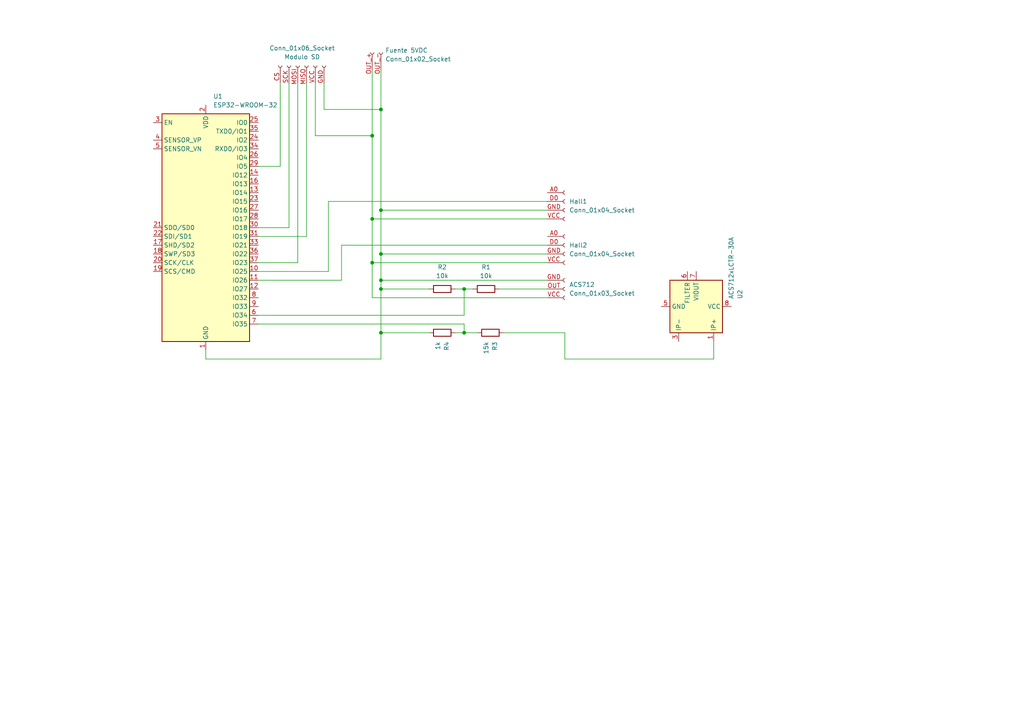
<source format=kicad_sch>
(kicad_sch
	(version 20250114)
	(generator "eeschema")
	(generator_version "9.0")
	(uuid "d1771a1c-350f-4f4e-9930-7998e9e39fbf")
	(paper "A4")
	(lib_symbols
		(symbol "Connector:Conn_01x02_Socket"
			(pin_names
				(offset 1.016)
				(hide yes)
			)
			(exclude_from_sim no)
			(in_bom yes)
			(on_board yes)
			(property "Reference" "Fuente 5VDC"
				(at 1.27 0.0001 0)
				(effects
					(font
						(size 1.27 1.27)
					)
					(justify left)
				)
			)
			(property "Value" "Conn_01x02_Socket"
				(at 1.27 -2.5399 0)
				(effects
					(font
						(size 1.27 1.27)
					)
					(justify left)
				)
			)
			(property "Footprint" ""
				(at 0 0 0)
				(effects
					(font
						(size 1.27 1.27)
					)
					(hide yes)
				)
			)
			(property "Datasheet" "~"
				(at 0 0 0)
				(effects
					(font
						(size 1.27 1.27)
					)
					(hide yes)
				)
			)
			(property "Description" "Generic connector, single row, 01x02, script generated"
				(at 0 0 0)
				(effects
					(font
						(size 1.27 1.27)
					)
					(hide yes)
				)
			)
			(property "ki_locked" ""
				(at 0 0 0)
				(effects
					(font
						(size 1.27 1.27)
					)
				)
			)
			(property "ki_keywords" "connector"
				(at 0 0 0)
				(effects
					(font
						(size 1.27 1.27)
					)
					(hide yes)
				)
			)
			(property "ki_fp_filters" "Connector*:*_1x??_*"
				(at 0 0 0)
				(effects
					(font
						(size 1.27 1.27)
					)
					(hide yes)
				)
			)
			(symbol "Conn_01x02_Socket_1_1"
				(polyline
					(pts
						(xy -1.27 0) (xy -0.508 0)
					)
					(stroke
						(width 0.1524)
						(type default)
					)
					(fill
						(type none)
					)
				)
				(polyline
					(pts
						(xy -1.27 -2.54) (xy -0.508 -2.54)
					)
					(stroke
						(width 0.1524)
						(type default)
					)
					(fill
						(type none)
					)
				)
				(arc
					(start 0 -0.508)
					(mid -0.5058 0)
					(end 0 0.508)
					(stroke
						(width 0.1524)
						(type default)
					)
					(fill
						(type none)
					)
				)
				(arc
					(start 0 -3.048)
					(mid -0.5058 -2.54)
					(end 0 -2.032)
					(stroke
						(width 0.1524)
						(type default)
					)
					(fill
						(type none)
					)
				)
				(pin passive line
					(at -5.08 0 0)
					(length 3.81)
					(name "Pin_1"
						(effects
							(font
								(size 1.27 1.27)
							)
						)
					)
					(number "OUT_+"
						(effects
							(font
								(size 1.27 1.27)
							)
						)
					)
				)
				(pin passive line
					(at -5.08 -2.54 0)
					(length 3.81)
					(name "Pin_2"
						(effects
							(font
								(size 1.27 1.27)
							)
						)
					)
					(number "OUT_-"
						(effects
							(font
								(size 1.27 1.27)
							)
						)
					)
				)
			)
			(embedded_fonts no)
		)
		(symbol "Connector:Conn_01x03_Socket"
			(pin_names
				(offset 1.016)
				(hide yes)
			)
			(exclude_from_sim no)
			(in_bom yes)
			(on_board yes)
			(property "Reference" "ACS712"
				(at 1.27 1.2701 0)
				(effects
					(font
						(size 1.27 1.27)
					)
					(justify left)
				)
			)
			(property "Value" "Conn_01x03_Socket"
				(at 1.27 -1.2699 0)
				(effects
					(font
						(size 1.27 1.27)
					)
					(justify left)
				)
			)
			(property "Footprint" ""
				(at 0 0 0)
				(effects
					(font
						(size 1.27 1.27)
					)
					(hide yes)
				)
			)
			(property "Datasheet" "~"
				(at 0 0 0)
				(effects
					(font
						(size 1.27 1.27)
					)
					(hide yes)
				)
			)
			(property "Description" "Generic connector, single row, 01x03, script generated"
				(at 0 0 0)
				(effects
					(font
						(size 1.27 1.27)
					)
					(hide yes)
				)
			)
			(property "ki_locked" ""
				(at 0 0 0)
				(effects
					(font
						(size 1.27 1.27)
					)
				)
			)
			(property "ki_keywords" "connector"
				(at 0 0 0)
				(effects
					(font
						(size 1.27 1.27)
					)
					(hide yes)
				)
			)
			(property "ki_fp_filters" "Connector*:*_1x??_*"
				(at 0 0 0)
				(effects
					(font
						(size 1.27 1.27)
					)
					(hide yes)
				)
			)
			(symbol "Conn_01x03_Socket_1_1"
				(polyline
					(pts
						(xy -1.27 2.54) (xy -0.508 2.54)
					)
					(stroke
						(width 0.1524)
						(type default)
					)
					(fill
						(type none)
					)
				)
				(polyline
					(pts
						(xy -1.27 0) (xy -0.508 0)
					)
					(stroke
						(width 0.1524)
						(type default)
					)
					(fill
						(type none)
					)
				)
				(polyline
					(pts
						(xy -1.27 -2.54) (xy -0.508 -2.54)
					)
					(stroke
						(width 0.1524)
						(type default)
					)
					(fill
						(type none)
					)
				)
				(arc
					(start 0 2.032)
					(mid -0.5058 2.54)
					(end 0 3.048)
					(stroke
						(width 0.1524)
						(type default)
					)
					(fill
						(type none)
					)
				)
				(arc
					(start 0 -0.508)
					(mid -0.5058 0)
					(end 0 0.508)
					(stroke
						(width 0.1524)
						(type default)
					)
					(fill
						(type none)
					)
				)
				(arc
					(start 0 -3.048)
					(mid -0.5058 -2.54)
					(end 0 -2.032)
					(stroke
						(width 0.1524)
						(type default)
					)
					(fill
						(type none)
					)
				)
				(pin passive line
					(at -5.08 2.54 0)
					(length 3.81)
					(name "Pin_1"
						(effects
							(font
								(size 1.27 1.27)
							)
						)
					)
					(number "GND"
						(effects
							(font
								(size 1.27 1.27)
							)
						)
					)
				)
				(pin passive line
					(at -5.08 0 0)
					(length 3.81)
					(name "Pin_2"
						(effects
							(font
								(size 1.27 1.27)
							)
						)
					)
					(number "OUT"
						(effects
							(font
								(size 1.27 1.27)
							)
						)
					)
				)
				(pin passive line
					(at -5.08 -2.54 0)
					(length 3.81)
					(name "Pin_3"
						(effects
							(font
								(size 1.27 1.27)
							)
						)
					)
					(number "VCC"
						(effects
							(font
								(size 1.27 1.27)
							)
						)
					)
				)
			)
			(embedded_fonts no)
		)
		(symbol "Connector:Conn_01x04_Socket"
			(pin_names
				(offset 1.016)
				(hide yes)
			)
			(exclude_from_sim no)
			(in_bom yes)
			(on_board yes)
			(property "Reference" "Hall1"
				(at 1.27 0.0001 0)
				(effects
					(font
						(size 1.27 1.27)
					)
					(justify left)
				)
			)
			(property "Value" "Conn_01x04_Socket"
				(at 1.27 -2.5399 0)
				(effects
					(font
						(size 1.27 1.27)
					)
					(justify left)
				)
			)
			(property "Footprint" ""
				(at 0 0 0)
				(effects
					(font
						(size 1.27 1.27)
					)
					(hide yes)
				)
			)
			(property "Datasheet" "~"
				(at 0 0 0)
				(effects
					(font
						(size 1.27 1.27)
					)
					(hide yes)
				)
			)
			(property "Description" "Generic connector, single row, 01x04, script generated"
				(at 0 0 0)
				(effects
					(font
						(size 1.27 1.27)
					)
					(hide yes)
				)
			)
			(property "ki_locked" ""
				(at 0 0 0)
				(effects
					(font
						(size 1.27 1.27)
					)
				)
			)
			(property "ki_keywords" "connector"
				(at 0 0 0)
				(effects
					(font
						(size 1.27 1.27)
					)
					(hide yes)
				)
			)
			(property "ki_fp_filters" "Connector*:*_1x??_*"
				(at 0 0 0)
				(effects
					(font
						(size 1.27 1.27)
					)
					(hide yes)
				)
			)
			(symbol "Conn_01x04_Socket_1_1"
				(polyline
					(pts
						(xy -1.27 2.54) (xy -0.508 2.54)
					)
					(stroke
						(width 0.1524)
						(type default)
					)
					(fill
						(type none)
					)
				)
				(polyline
					(pts
						(xy -1.27 0) (xy -0.508 0)
					)
					(stroke
						(width 0.1524)
						(type default)
					)
					(fill
						(type none)
					)
				)
				(polyline
					(pts
						(xy -1.27 -2.54) (xy -0.508 -2.54)
					)
					(stroke
						(width 0.1524)
						(type default)
					)
					(fill
						(type none)
					)
				)
				(polyline
					(pts
						(xy -1.27 -5.08) (xy -0.508 -5.08)
					)
					(stroke
						(width 0.1524)
						(type default)
					)
					(fill
						(type none)
					)
				)
				(arc
					(start 0 2.032)
					(mid -0.5058 2.54)
					(end 0 3.048)
					(stroke
						(width 0.1524)
						(type default)
					)
					(fill
						(type none)
					)
				)
				(arc
					(start 0 -0.508)
					(mid -0.5058 0)
					(end 0 0.508)
					(stroke
						(width 0.1524)
						(type default)
					)
					(fill
						(type none)
					)
				)
				(arc
					(start 0 -3.048)
					(mid -0.5058 -2.54)
					(end 0 -2.032)
					(stroke
						(width 0.1524)
						(type default)
					)
					(fill
						(type none)
					)
				)
				(arc
					(start 0 -5.588)
					(mid -0.5058 -5.08)
					(end 0 -4.572)
					(stroke
						(width 0.1524)
						(type default)
					)
					(fill
						(type none)
					)
				)
				(pin passive line
					(at -5.08 2.54 0)
					(length 3.81)
					(name "Pin_1"
						(effects
							(font
								(size 1.27 1.27)
							)
						)
					)
					(number "A0"
						(effects
							(font
								(size 1.27 1.27)
							)
						)
					)
				)
				(pin passive line
					(at -5.08 0 0)
					(length 3.81)
					(name "Pin_2"
						(effects
							(font
								(size 1.27 1.27)
							)
						)
					)
					(number "D0"
						(effects
							(font
								(size 1.27 1.27)
							)
						)
					)
				)
				(pin passive line
					(at -5.08 -2.54 0)
					(length 3.81)
					(name "Pin_3"
						(effects
							(font
								(size 1.27 1.27)
							)
						)
					)
					(number "GND"
						(effects
							(font
								(size 1.27 1.27)
							)
						)
					)
				)
				(pin passive line
					(at -5.08 -5.08 0)
					(length 3.81)
					(name "Pin_4"
						(effects
							(font
								(size 1.27 1.27)
							)
						)
					)
					(number "VCC"
						(effects
							(font
								(size 1.27 1.27)
							)
						)
					)
				)
			)
			(embedded_fonts no)
		)
		(symbol "Connector:Conn_01x06_Socket"
			(pin_names
				(offset 1.016)
				(hide yes)
			)
			(exclude_from_sim no)
			(in_bom yes)
			(on_board yes)
			(property "Reference" "Modulo SD"
				(at 1.27 0.0001 0)
				(effects
					(font
						(size 1.27 1.27)
					)
					(justify left)
				)
			)
			(property "Value" "Conn_01x06_Socket"
				(at 1.27 -2.5399 0)
				(effects
					(font
						(size 1.27 1.27)
					)
					(justify left)
				)
			)
			(property "Footprint" ""
				(at 0 0 0)
				(effects
					(font
						(size 1.27 1.27)
					)
					(hide yes)
				)
			)
			(property "Datasheet" "~"
				(at 0 0 0)
				(effects
					(font
						(size 1.27 1.27)
					)
					(hide yes)
				)
			)
			(property "Description" "Generic connector, single row, 01x06, script generated"
				(at 0 0 0)
				(effects
					(font
						(size 1.27 1.27)
					)
					(hide yes)
				)
			)
			(property "ki_locked" ""
				(at 0 0 0)
				(effects
					(font
						(size 1.27 1.27)
					)
				)
			)
			(property "ki_keywords" "connector"
				(at 0 0 0)
				(effects
					(font
						(size 1.27 1.27)
					)
					(hide yes)
				)
			)
			(property "ki_fp_filters" "Connector*:*_1x??_*"
				(at 0 0 0)
				(effects
					(font
						(size 1.27 1.27)
					)
					(hide yes)
				)
			)
			(symbol "Conn_01x06_Socket_1_1"
				(polyline
					(pts
						(xy -1.27 5.08) (xy -0.508 5.08)
					)
					(stroke
						(width 0.1524)
						(type default)
					)
					(fill
						(type none)
					)
				)
				(polyline
					(pts
						(xy -1.27 2.54) (xy -0.508 2.54)
					)
					(stroke
						(width 0.1524)
						(type default)
					)
					(fill
						(type none)
					)
				)
				(polyline
					(pts
						(xy -1.27 0) (xy -0.508 0)
					)
					(stroke
						(width 0.1524)
						(type default)
					)
					(fill
						(type none)
					)
				)
				(polyline
					(pts
						(xy -1.27 -2.54) (xy -0.508 -2.54)
					)
					(stroke
						(width 0.1524)
						(type default)
					)
					(fill
						(type none)
					)
				)
				(polyline
					(pts
						(xy -1.27 -5.08) (xy -0.508 -5.08)
					)
					(stroke
						(width 0.1524)
						(type default)
					)
					(fill
						(type none)
					)
				)
				(polyline
					(pts
						(xy -1.27 -7.62) (xy -0.508 -7.62)
					)
					(stroke
						(width 0.1524)
						(type default)
					)
					(fill
						(type none)
					)
				)
				(arc
					(start 0 4.572)
					(mid -0.5058 5.08)
					(end 0 5.588)
					(stroke
						(width 0.1524)
						(type default)
					)
					(fill
						(type none)
					)
				)
				(arc
					(start 0 2.032)
					(mid -0.5058 2.54)
					(end 0 3.048)
					(stroke
						(width 0.1524)
						(type default)
					)
					(fill
						(type none)
					)
				)
				(arc
					(start 0 -0.508)
					(mid -0.5058 0)
					(end 0 0.508)
					(stroke
						(width 0.1524)
						(type default)
					)
					(fill
						(type none)
					)
				)
				(arc
					(start 0 -3.048)
					(mid -0.5058 -2.54)
					(end 0 -2.032)
					(stroke
						(width 0.1524)
						(type default)
					)
					(fill
						(type none)
					)
				)
				(arc
					(start 0 -5.588)
					(mid -0.5058 -5.08)
					(end 0 -4.572)
					(stroke
						(width 0.1524)
						(type default)
					)
					(fill
						(type none)
					)
				)
				(arc
					(start 0 -8.128)
					(mid -0.5058 -7.62)
					(end 0 -7.112)
					(stroke
						(width 0.1524)
						(type default)
					)
					(fill
						(type none)
					)
				)
				(pin passive line
					(at -5.08 5.08 0)
					(length 3.81)
					(name "Pin_1"
						(effects
							(font
								(size 1.27 1.27)
							)
						)
					)
					(number "GND"
						(effects
							(font
								(size 1.27 1.27)
							)
						)
					)
				)
				(pin passive line
					(at -5.08 2.54 0)
					(length 3.81)
					(name "Pin_2"
						(effects
							(font
								(size 1.27 1.27)
							)
						)
					)
					(number "VCC"
						(effects
							(font
								(size 1.27 1.27)
							)
						)
					)
				)
				(pin passive line
					(at -5.08 0 0)
					(length 3.81)
					(name "Pin_3"
						(effects
							(font
								(size 1.27 1.27)
							)
						)
					)
					(number "MISO"
						(effects
							(font
								(size 1.27 1.27)
							)
						)
					)
				)
				(pin passive line
					(at -5.08 -2.54 0)
					(length 3.81)
					(name "Pin_4"
						(effects
							(font
								(size 1.27 1.27)
							)
						)
					)
					(number "MOSI"
						(effects
							(font
								(size 1.27 1.27)
							)
						)
					)
				)
				(pin passive line
					(at -5.08 -5.08 0)
					(length 3.81)
					(name "Pin_5"
						(effects
							(font
								(size 1.27 1.27)
							)
						)
					)
					(number "SCK"
						(effects
							(font
								(size 1.27 1.27)
							)
						)
					)
				)
				(pin passive line
					(at -5.08 -7.62 0)
					(length 3.81)
					(name "Pin_6"
						(effects
							(font
								(size 1.27 1.27)
							)
						)
					)
					(number "CS"
						(effects
							(font
								(size 1.27 1.27)
							)
						)
					)
				)
			)
			(embedded_fonts no)
		)
		(symbol "Device:R"
			(pin_numbers
				(hide yes)
			)
			(pin_names
				(offset 0)
			)
			(exclude_from_sim no)
			(in_bom yes)
			(on_board yes)
			(property "Reference" "R"
				(at 2.032 0 90)
				(effects
					(font
						(size 1.27 1.27)
					)
				)
			)
			(property "Value" "R"
				(at 0 0 90)
				(effects
					(font
						(size 1.27 1.27)
					)
				)
			)
			(property "Footprint" ""
				(at -1.778 0 90)
				(effects
					(font
						(size 1.27 1.27)
					)
					(hide yes)
				)
			)
			(property "Datasheet" "~"
				(at 0 0 0)
				(effects
					(font
						(size 1.27 1.27)
					)
					(hide yes)
				)
			)
			(property "Description" "Resistor"
				(at 0 0 0)
				(effects
					(font
						(size 1.27 1.27)
					)
					(hide yes)
				)
			)
			(property "ki_keywords" "R res resistor"
				(at 0 0 0)
				(effects
					(font
						(size 1.27 1.27)
					)
					(hide yes)
				)
			)
			(property "ki_fp_filters" "R_*"
				(at 0 0 0)
				(effects
					(font
						(size 1.27 1.27)
					)
					(hide yes)
				)
			)
			(symbol "R_0_1"
				(rectangle
					(start -1.016 -2.54)
					(end 1.016 2.54)
					(stroke
						(width 0.254)
						(type default)
					)
					(fill
						(type none)
					)
				)
			)
			(symbol "R_1_1"
				(pin passive line
					(at 0 3.81 270)
					(length 1.27)
					(name "~"
						(effects
							(font
								(size 1.27 1.27)
							)
						)
					)
					(number "1"
						(effects
							(font
								(size 1.27 1.27)
							)
						)
					)
				)
				(pin passive line
					(at 0 -3.81 90)
					(length 1.27)
					(name "~"
						(effects
							(font
								(size 1.27 1.27)
							)
						)
					)
					(number "2"
						(effects
							(font
								(size 1.27 1.27)
							)
						)
					)
				)
			)
			(embedded_fonts no)
		)
		(symbol "RF_Module:ESP32-WROOM-32"
			(exclude_from_sim no)
			(in_bom yes)
			(on_board yes)
			(property "Reference" "U"
				(at -12.7 34.29 0)
				(effects
					(font
						(size 1.27 1.27)
					)
					(justify left)
				)
			)
			(property "Value" "ESP32-WROOM-32"
				(at 1.27 34.29 0)
				(effects
					(font
						(size 1.27 1.27)
					)
					(justify left)
				)
			)
			(property "Footprint" "RF_Module:ESP32-WROOM-32"
				(at 0 -38.1 0)
				(effects
					(font
						(size 1.27 1.27)
					)
					(hide yes)
				)
			)
			(property "Datasheet" "https://www.espressif.com/sites/default/files/documentation/esp32-wroom-32_datasheet_en.pdf"
				(at -7.62 1.27 0)
				(effects
					(font
						(size 1.27 1.27)
					)
					(hide yes)
				)
			)
			(property "Description" "RF Module, ESP32-D0WDQ6 SoC, Wi-Fi 802.11b/g/n, Bluetooth, BLE, 32-bit, 2.7-3.6V, onboard antenna, SMD"
				(at 0 0 0)
				(effects
					(font
						(size 1.27 1.27)
					)
					(hide yes)
				)
			)
			(property "ki_keywords" "RF Radio BT ESP ESP32 Espressif onboard PCB antenna"
				(at 0 0 0)
				(effects
					(font
						(size 1.27 1.27)
					)
					(hide yes)
				)
			)
			(property "ki_fp_filters" "ESP32?WROOM?32*"
				(at 0 0 0)
				(effects
					(font
						(size 1.27 1.27)
					)
					(hide yes)
				)
			)
			(symbol "ESP32-WROOM-32_0_1"
				(rectangle
					(start -12.7 33.02)
					(end 12.7 -33.02)
					(stroke
						(width 0.254)
						(type default)
					)
					(fill
						(type background)
					)
				)
			)
			(symbol "ESP32-WROOM-32_1_1"
				(pin input line
					(at -15.24 30.48 0)
					(length 2.54)
					(name "EN"
						(effects
							(font
								(size 1.27 1.27)
							)
						)
					)
					(number "3"
						(effects
							(font
								(size 1.27 1.27)
							)
						)
					)
				)
				(pin input line
					(at -15.24 25.4 0)
					(length 2.54)
					(name "SENSOR_VP"
						(effects
							(font
								(size 1.27 1.27)
							)
						)
					)
					(number "4"
						(effects
							(font
								(size 1.27 1.27)
							)
						)
					)
				)
				(pin input line
					(at -15.24 22.86 0)
					(length 2.54)
					(name "SENSOR_VN"
						(effects
							(font
								(size 1.27 1.27)
							)
						)
					)
					(number "5"
						(effects
							(font
								(size 1.27 1.27)
							)
						)
					)
				)
				(pin bidirectional line
					(at -15.24 0 0)
					(length 2.54)
					(name "SDO/SD0"
						(effects
							(font
								(size 1.27 1.27)
							)
						)
					)
					(number "21"
						(effects
							(font
								(size 1.27 1.27)
							)
						)
					)
				)
				(pin bidirectional line
					(at -15.24 -2.54 0)
					(length 2.54)
					(name "SDI/SD1"
						(effects
							(font
								(size 1.27 1.27)
							)
						)
					)
					(number "22"
						(effects
							(font
								(size 1.27 1.27)
							)
						)
					)
				)
				(pin bidirectional line
					(at -15.24 -5.08 0)
					(length 2.54)
					(name "SHD/SD2"
						(effects
							(font
								(size 1.27 1.27)
							)
						)
					)
					(number "17"
						(effects
							(font
								(size 1.27 1.27)
							)
						)
					)
				)
				(pin bidirectional line
					(at -15.24 -7.62 0)
					(length 2.54)
					(name "SWP/SD3"
						(effects
							(font
								(size 1.27 1.27)
							)
						)
					)
					(number "18"
						(effects
							(font
								(size 1.27 1.27)
							)
						)
					)
				)
				(pin bidirectional line
					(at -15.24 -10.16 0)
					(length 2.54)
					(name "SCK/CLK"
						(effects
							(font
								(size 1.27 1.27)
							)
						)
					)
					(number "20"
						(effects
							(font
								(size 1.27 1.27)
							)
						)
					)
				)
				(pin bidirectional line
					(at -15.24 -12.7 0)
					(length 2.54)
					(name "SCS/CMD"
						(effects
							(font
								(size 1.27 1.27)
							)
						)
					)
					(number "19"
						(effects
							(font
								(size 1.27 1.27)
							)
						)
					)
				)
				(pin no_connect line
					(at -12.7 -27.94 0)
					(length 2.54)
					(hide yes)
					(name "NC"
						(effects
							(font
								(size 1.27 1.27)
							)
						)
					)
					(number "32"
						(effects
							(font
								(size 1.27 1.27)
							)
						)
					)
				)
				(pin power_in line
					(at 0 35.56 270)
					(length 2.54)
					(name "VDD"
						(effects
							(font
								(size 1.27 1.27)
							)
						)
					)
					(number "2"
						(effects
							(font
								(size 1.27 1.27)
							)
						)
					)
				)
				(pin power_in line
					(at 0 -35.56 90)
					(length 2.54)
					(name "GND"
						(effects
							(font
								(size 1.27 1.27)
							)
						)
					)
					(number "1"
						(effects
							(font
								(size 1.27 1.27)
							)
						)
					)
				)
				(pin passive line
					(at 0 -35.56 90)
					(length 2.54)
					(hide yes)
					(name "GND"
						(effects
							(font
								(size 1.27 1.27)
							)
						)
					)
					(number "15"
						(effects
							(font
								(size 1.27 1.27)
							)
						)
					)
				)
				(pin passive line
					(at 0 -35.56 90)
					(length 2.54)
					(hide yes)
					(name "GND"
						(effects
							(font
								(size 1.27 1.27)
							)
						)
					)
					(number "38"
						(effects
							(font
								(size 1.27 1.27)
							)
						)
					)
				)
				(pin passive line
					(at 0 -35.56 90)
					(length 2.54)
					(hide yes)
					(name "GND"
						(effects
							(font
								(size 1.27 1.27)
							)
						)
					)
					(number "39"
						(effects
							(font
								(size 1.27 1.27)
							)
						)
					)
				)
				(pin bidirectional line
					(at 15.24 30.48 180)
					(length 2.54)
					(name "IO0"
						(effects
							(font
								(size 1.27 1.27)
							)
						)
					)
					(number "25"
						(effects
							(font
								(size 1.27 1.27)
							)
						)
					)
				)
				(pin bidirectional line
					(at 15.24 27.94 180)
					(length 2.54)
					(name "TXD0/IO1"
						(effects
							(font
								(size 1.27 1.27)
							)
						)
					)
					(number "35"
						(effects
							(font
								(size 1.27 1.27)
							)
						)
					)
				)
				(pin bidirectional line
					(at 15.24 25.4 180)
					(length 2.54)
					(name "IO2"
						(effects
							(font
								(size 1.27 1.27)
							)
						)
					)
					(number "24"
						(effects
							(font
								(size 1.27 1.27)
							)
						)
					)
				)
				(pin bidirectional line
					(at 15.24 22.86 180)
					(length 2.54)
					(name "RXD0/IO3"
						(effects
							(font
								(size 1.27 1.27)
							)
						)
					)
					(number "34"
						(effects
							(font
								(size 1.27 1.27)
							)
						)
					)
				)
				(pin bidirectional line
					(at 15.24 20.32 180)
					(length 2.54)
					(name "IO4"
						(effects
							(font
								(size 1.27 1.27)
							)
						)
					)
					(number "26"
						(effects
							(font
								(size 1.27 1.27)
							)
						)
					)
				)
				(pin bidirectional line
					(at 15.24 17.78 180)
					(length 2.54)
					(name "IO5"
						(effects
							(font
								(size 1.27 1.27)
							)
						)
					)
					(number "29"
						(effects
							(font
								(size 1.27 1.27)
							)
						)
					)
				)
				(pin bidirectional line
					(at 15.24 15.24 180)
					(length 2.54)
					(name "IO12"
						(effects
							(font
								(size 1.27 1.27)
							)
						)
					)
					(number "14"
						(effects
							(font
								(size 1.27 1.27)
							)
						)
					)
				)
				(pin bidirectional line
					(at 15.24 12.7 180)
					(length 2.54)
					(name "IO13"
						(effects
							(font
								(size 1.27 1.27)
							)
						)
					)
					(number "16"
						(effects
							(font
								(size 1.27 1.27)
							)
						)
					)
				)
				(pin bidirectional line
					(at 15.24 10.16 180)
					(length 2.54)
					(name "IO14"
						(effects
							(font
								(size 1.27 1.27)
							)
						)
					)
					(number "13"
						(effects
							(font
								(size 1.27 1.27)
							)
						)
					)
				)
				(pin bidirectional line
					(at 15.24 7.62 180)
					(length 2.54)
					(name "IO15"
						(effects
							(font
								(size 1.27 1.27)
							)
						)
					)
					(number "23"
						(effects
							(font
								(size 1.27 1.27)
							)
						)
					)
				)
				(pin bidirectional line
					(at 15.24 5.08 180)
					(length 2.54)
					(name "IO16"
						(effects
							(font
								(size 1.27 1.27)
							)
						)
					)
					(number "27"
						(effects
							(font
								(size 1.27 1.27)
							)
						)
					)
				)
				(pin bidirectional line
					(at 15.24 2.54 180)
					(length 2.54)
					(name "IO17"
						(effects
							(font
								(size 1.27 1.27)
							)
						)
					)
					(number "28"
						(effects
							(font
								(size 1.27 1.27)
							)
						)
					)
				)
				(pin bidirectional line
					(at 15.24 0 180)
					(length 2.54)
					(name "IO18"
						(effects
							(font
								(size 1.27 1.27)
							)
						)
					)
					(number "30"
						(effects
							(font
								(size 1.27 1.27)
							)
						)
					)
				)
				(pin bidirectional line
					(at 15.24 -2.54 180)
					(length 2.54)
					(name "IO19"
						(effects
							(font
								(size 1.27 1.27)
							)
						)
					)
					(number "31"
						(effects
							(font
								(size 1.27 1.27)
							)
						)
					)
				)
				(pin bidirectional line
					(at 15.24 -5.08 180)
					(length 2.54)
					(name "IO21"
						(effects
							(font
								(size 1.27 1.27)
							)
						)
					)
					(number "33"
						(effects
							(font
								(size 1.27 1.27)
							)
						)
					)
				)
				(pin bidirectional line
					(at 15.24 -7.62 180)
					(length 2.54)
					(name "IO22"
						(effects
							(font
								(size 1.27 1.27)
							)
						)
					)
					(number "36"
						(effects
							(font
								(size 1.27 1.27)
							)
						)
					)
				)
				(pin bidirectional line
					(at 15.24 -10.16 180)
					(length 2.54)
					(name "IO23"
						(effects
							(font
								(size 1.27 1.27)
							)
						)
					)
					(number "37"
						(effects
							(font
								(size 1.27 1.27)
							)
						)
					)
				)
				(pin bidirectional line
					(at 15.24 -12.7 180)
					(length 2.54)
					(name "IO25"
						(effects
							(font
								(size 1.27 1.27)
							)
						)
					)
					(number "10"
						(effects
							(font
								(size 1.27 1.27)
							)
						)
					)
				)
				(pin bidirectional line
					(at 15.24 -15.24 180)
					(length 2.54)
					(name "IO26"
						(effects
							(font
								(size 1.27 1.27)
							)
						)
					)
					(number "11"
						(effects
							(font
								(size 1.27 1.27)
							)
						)
					)
				)
				(pin bidirectional line
					(at 15.24 -17.78 180)
					(length 2.54)
					(name "IO27"
						(effects
							(font
								(size 1.27 1.27)
							)
						)
					)
					(number "12"
						(effects
							(font
								(size 1.27 1.27)
							)
						)
					)
				)
				(pin bidirectional line
					(at 15.24 -20.32 180)
					(length 2.54)
					(name "IO32"
						(effects
							(font
								(size 1.27 1.27)
							)
						)
					)
					(number "8"
						(effects
							(font
								(size 1.27 1.27)
							)
						)
					)
				)
				(pin bidirectional line
					(at 15.24 -22.86 180)
					(length 2.54)
					(name "IO33"
						(effects
							(font
								(size 1.27 1.27)
							)
						)
					)
					(number "9"
						(effects
							(font
								(size 1.27 1.27)
							)
						)
					)
				)
				(pin input line
					(at 15.24 -25.4 180)
					(length 2.54)
					(name "IO34"
						(effects
							(font
								(size 1.27 1.27)
							)
						)
					)
					(number "6"
						(effects
							(font
								(size 1.27 1.27)
							)
						)
					)
				)
				(pin input line
					(at 15.24 -27.94 180)
					(length 2.54)
					(name "IO35"
						(effects
							(font
								(size 1.27 1.27)
							)
						)
					)
					(number "7"
						(effects
							(font
								(size 1.27 1.27)
							)
						)
					)
				)
			)
			(embedded_fonts no)
		)
		(symbol "Sensor_Current:ACS712xLCTR-30A"
			(exclude_from_sim no)
			(in_bom yes)
			(on_board yes)
			(property "Reference" "U"
				(at 2.54 11.43 0)
				(effects
					(font
						(size 1.27 1.27)
					)
					(justify left)
				)
			)
			(property "Value" "ACS712xLCTR-30A"
				(at 2.54 8.89 0)
				(effects
					(font
						(size 1.27 1.27)
					)
					(justify left)
				)
			)
			(property "Footprint" "Package_SO:SOIC-8_3.9x4.9mm_P1.27mm"
				(at 2.54 -8.89 0)
				(effects
					(font
						(size 1.27 1.27)
						(italic yes)
					)
					(justify left)
					(hide yes)
				)
			)
			(property "Datasheet" "http://www.allegromicro.com/~/media/Files/Datasheets/ACS712-Datasheet.ashx?la=en"
				(at 0 0 0)
				(effects
					(font
						(size 1.27 1.27)
					)
					(hide yes)
				)
			)
			(property "Description" "±30A Bidirectional Hall-Effect Current Sensor, +5.0V supply, 66mV/A, SOIC-8"
				(at 0 0 0)
				(effects
					(font
						(size 1.27 1.27)
					)
					(hide yes)
				)
			)
			(property "ki_keywords" "hall effect current monitor sensor isolated"
				(at 0 0 0)
				(effects
					(font
						(size 1.27 1.27)
					)
					(hide yes)
				)
			)
			(property "ki_fp_filters" "SOIC*3.9x4.9m*P1.27mm*"
				(at 0 0 0)
				(effects
					(font
						(size 1.27 1.27)
					)
					(hide yes)
				)
			)
			(symbol "ACS712xLCTR-30A_0_1"
				(rectangle
					(start -7.62 7.62)
					(end 7.62 -7.62)
					(stroke
						(width 0.254)
						(type default)
					)
					(fill
						(type background)
					)
				)
			)
			(symbol "ACS712xLCTR-30A_1_1"
				(pin passive line
					(at -10.16 5.08 0)
					(length 2.54)
					(name "IP+"
						(effects
							(font
								(size 1.27 1.27)
							)
						)
					)
					(number "1"
						(effects
							(font
								(size 1.27 1.27)
							)
						)
					)
				)
				(pin passive line
					(at -10.16 5.08 0)
					(length 2.54)
					(hide yes)
					(name "IP+"
						(effects
							(font
								(size 1.27 1.27)
							)
						)
					)
					(number "2"
						(effects
							(font
								(size 1.27 1.27)
							)
						)
					)
				)
				(pin passive line
					(at -10.16 -5.08 0)
					(length 2.54)
					(name "IP-"
						(effects
							(font
								(size 1.27 1.27)
							)
						)
					)
					(number "3"
						(effects
							(font
								(size 1.27 1.27)
							)
						)
					)
				)
				(pin passive line
					(at -10.16 -5.08 0)
					(length 2.54)
					(hide yes)
					(name "IP-"
						(effects
							(font
								(size 1.27 1.27)
							)
						)
					)
					(number "4"
						(effects
							(font
								(size 1.27 1.27)
							)
						)
					)
				)
				(pin power_in line
					(at 0 10.16 270)
					(length 2.54)
					(name "VCC"
						(effects
							(font
								(size 1.27 1.27)
							)
						)
					)
					(number "8"
						(effects
							(font
								(size 1.27 1.27)
							)
						)
					)
				)
				(pin power_in line
					(at 0 -10.16 90)
					(length 2.54)
					(name "GND"
						(effects
							(font
								(size 1.27 1.27)
							)
						)
					)
					(number "5"
						(effects
							(font
								(size 1.27 1.27)
							)
						)
					)
				)
				(pin output line
					(at 10.16 0 180)
					(length 2.54)
					(name "VIOUT"
						(effects
							(font
								(size 1.27 1.27)
							)
						)
					)
					(number "7"
						(effects
							(font
								(size 1.27 1.27)
							)
						)
					)
				)
				(pin passive line
					(at 10.16 -2.54 180)
					(length 2.54)
					(name "FILTER"
						(effects
							(font
								(size 1.27 1.27)
							)
						)
					)
					(number "6"
						(effects
							(font
								(size 1.27 1.27)
							)
						)
					)
				)
			)
			(embedded_fonts no)
		)
	)
	(junction
		(at 107.95 63.5)
		(diameter 0)
		(color 0 0 0 0)
		(uuid "052ea6bf-cd02-478c-8df6-743cd2ba4c25")
	)
	(junction
		(at 110.49 60.96)
		(diameter 0)
		(color 0 0 0 0)
		(uuid "055e1a04-29be-4db0-8b16-2aadf26321f5")
	)
	(junction
		(at 110.49 81.28)
		(diameter 0)
		(color 0 0 0 0)
		(uuid "723ca7d1-305a-4062-8b65-a60adfea889f")
	)
	(junction
		(at 110.49 73.66)
		(diameter 0)
		(color 0 0 0 0)
		(uuid "7e25c06b-93bf-49df-918e-9756f160d3c7")
	)
	(junction
		(at 107.95 39.37)
		(diameter 0)
		(color 0 0 0 0)
		(uuid "7f33b11b-a6d5-4d33-8747-4bb9eae81cf7")
	)
	(junction
		(at 110.49 96.52)
		(diameter 0)
		(color 0 0 0 0)
		(uuid "8450d168-bb1f-4b59-8777-88059a0fc99d")
	)
	(junction
		(at 110.49 83.82)
		(diameter 0)
		(color 0 0 0 0)
		(uuid "ab7bde0a-458a-427a-8d86-a3717d433935")
	)
	(junction
		(at 134.62 83.82)
		(diameter 0)
		(color 0 0 0 0)
		(uuid "cfc85e0c-bc1a-433f-8e98-fef7fc4aee5a")
	)
	(junction
		(at 134.62 96.52)
		(diameter 0)
		(color 0 0 0 0)
		(uuid "da350296-bd90-4fbf-9a06-84bbdb65f5dc")
	)
	(junction
		(at 107.95 76.2)
		(diameter 0)
		(color 0 0 0 0)
		(uuid "e506f02b-565a-4dc8-b6b5-d53e87b9d26d")
	)
	(junction
		(at 110.49 31.75)
		(diameter 0)
		(color 0 0 0 0)
		(uuid "f9c53d77-06d2-4943-bbcc-45c567645502")
	)
	(wire
		(pts
			(xy 81.28 48.26) (xy 74.93 48.26)
		)
		(stroke
			(width 0)
			(type default)
		)
		(uuid "0223e5b4-a9a1-450b-a664-81efc6a8e937")
	)
	(wire
		(pts
			(xy 124.46 83.82) (xy 110.49 83.82)
		)
		(stroke
			(width 0)
			(type default)
		)
		(uuid "024e3f37-a7d8-4577-945e-5bbbcdfa2d66")
	)
	(wire
		(pts
			(xy 134.62 96.52) (xy 132.08 96.52)
		)
		(stroke
			(width 0)
			(type default)
		)
		(uuid "03de6e89-943c-4d47-bf89-4ed08feeb017")
	)
	(wire
		(pts
			(xy 207.01 99.06) (xy 207.01 104.14)
		)
		(stroke
			(width 0)
			(type default)
		)
		(uuid "08983c73-2853-4fce-87f9-982afbcd952d")
	)
	(wire
		(pts
			(xy 138.43 96.52) (xy 134.62 96.52)
		)
		(stroke
			(width 0)
			(type default)
		)
		(uuid "1338cb41-70f3-4905-a7f4-70afec53b455")
	)
	(wire
		(pts
			(xy 158.75 60.96) (xy 110.49 60.96)
		)
		(stroke
			(width 0)
			(type default)
		)
		(uuid "13f08082-5e40-4c72-b7bf-9a0febe08f98")
	)
	(wire
		(pts
			(xy 91.44 39.37) (xy 107.95 39.37)
		)
		(stroke
			(width 0)
			(type default)
		)
		(uuid "196b52e3-ba47-4d70-b1b7-ff097c7edeb4")
	)
	(wire
		(pts
			(xy 134.62 83.82) (xy 132.08 83.82)
		)
		(stroke
			(width 0)
			(type default)
		)
		(uuid "1b06c077-269d-4764-9895-8a0c618a384a")
	)
	(wire
		(pts
			(xy 107.95 63.5) (xy 158.75 63.5)
		)
		(stroke
			(width 0)
			(type default)
		)
		(uuid "1bf891ed-d833-4ff8-af26-ecc7b22b9a1d")
	)
	(wire
		(pts
			(xy 110.49 104.14) (xy 110.49 96.52)
		)
		(stroke
			(width 0)
			(type default)
		)
		(uuid "1db8b0cf-ecb9-4a93-9527-658bc52184bf")
	)
	(wire
		(pts
			(xy 95.25 78.74) (xy 74.93 78.74)
		)
		(stroke
			(width 0)
			(type default)
		)
		(uuid "37cf41cd-9996-4ade-a13a-ec4c1735cfff")
	)
	(wire
		(pts
			(xy 86.36 76.2) (xy 74.93 76.2)
		)
		(stroke
			(width 0)
			(type default)
		)
		(uuid "39320dd0-26fb-4fd9-9c2a-10c6e9124404")
	)
	(wire
		(pts
			(xy 107.95 39.37) (xy 107.95 63.5)
		)
		(stroke
			(width 0)
			(type default)
		)
		(uuid "441919d6-2ef3-4669-9530-b6b1d2e6276d")
	)
	(wire
		(pts
			(xy 95.25 58.42) (xy 95.25 78.74)
		)
		(stroke
			(width 0)
			(type default)
		)
		(uuid "4695d6db-2dbb-4f61-a89e-87d08100e500")
	)
	(wire
		(pts
			(xy 158.75 71.12) (xy 99.06 71.12)
		)
		(stroke
			(width 0)
			(type default)
		)
		(uuid "4793b5d5-1c74-48e3-b45b-e5117d67b6c6")
	)
	(wire
		(pts
			(xy 110.49 96.52) (xy 110.49 83.82)
		)
		(stroke
			(width 0)
			(type default)
		)
		(uuid "4d99b2f4-d1f7-4575-b366-f813396a6f32")
	)
	(wire
		(pts
			(xy 99.06 81.28) (xy 74.93 81.28)
		)
		(stroke
			(width 0)
			(type default)
		)
		(uuid "52995db7-0b66-4368-89f1-7724d205ed12")
	)
	(wire
		(pts
			(xy 74.93 91.44) (xy 134.62 91.44)
		)
		(stroke
			(width 0)
			(type default)
		)
		(uuid "575f823d-def4-465f-bfc3-03a915d183fa")
	)
	(wire
		(pts
			(xy 93.98 24.13) (xy 93.98 31.75)
		)
		(stroke
			(width 0)
			(type default)
		)
		(uuid "5a0831d2-9bfa-4694-ad08-c1df17d94fef")
	)
	(wire
		(pts
			(xy 88.9 24.13) (xy 88.9 68.58)
		)
		(stroke
			(width 0)
			(type default)
		)
		(uuid "5f0f2557-01d1-40a8-b290-c343170325b8")
	)
	(wire
		(pts
			(xy 93.98 31.75) (xy 110.49 31.75)
		)
		(stroke
			(width 0)
			(type default)
		)
		(uuid "61402408-4b0f-41f7-b76e-4c6965a2f11c")
	)
	(wire
		(pts
			(xy 110.49 31.75) (xy 110.49 60.96)
		)
		(stroke
			(width 0)
			(type default)
		)
		(uuid "6522fb9d-a12b-46c0-9327-acea14ad6623")
	)
	(wire
		(pts
			(xy 99.06 71.12) (xy 99.06 81.28)
		)
		(stroke
			(width 0)
			(type default)
		)
		(uuid "65db58dd-c56b-4d14-918a-5794793aa899")
	)
	(wire
		(pts
			(xy 91.44 24.13) (xy 91.44 39.37)
		)
		(stroke
			(width 0)
			(type default)
		)
		(uuid "6a6bd559-9908-4853-b81b-9612d4e13d05")
	)
	(wire
		(pts
			(xy 110.49 73.66) (xy 158.75 73.66)
		)
		(stroke
			(width 0)
			(type default)
		)
		(uuid "6c55e80e-2a48-4418-b7fa-99ec7c2bdb59")
	)
	(wire
		(pts
			(xy 158.75 86.36) (xy 107.95 86.36)
		)
		(stroke
			(width 0)
			(type default)
		)
		(uuid "798b8dde-2b04-456a-a18b-56b4e62411b4")
	)
	(wire
		(pts
			(xy 158.75 81.28) (xy 110.49 81.28)
		)
		(stroke
			(width 0)
			(type default)
		)
		(uuid "79e68fdf-d202-4973-83cf-b9f25c697f41")
	)
	(wire
		(pts
			(xy 110.49 60.96) (xy 110.49 73.66)
		)
		(stroke
			(width 0)
			(type default)
		)
		(uuid "865780d6-ec41-4c03-aa98-fd14cd433548")
	)
	(wire
		(pts
			(xy 107.95 76.2) (xy 107.95 86.36)
		)
		(stroke
			(width 0)
			(type default)
		)
		(uuid "87fb42a9-b954-4a74-9b55-3b46e5cfbf3f")
	)
	(wire
		(pts
			(xy 163.83 96.52) (xy 146.05 96.52)
		)
		(stroke
			(width 0)
			(type default)
		)
		(uuid "890d553d-8caf-4cf1-86a7-ffa7518baa55")
	)
	(wire
		(pts
			(xy 86.36 24.13) (xy 86.36 76.2)
		)
		(stroke
			(width 0)
			(type default)
		)
		(uuid "8e106e2d-9f29-48ca-90d5-16ca34a2cb69")
	)
	(wire
		(pts
			(xy 74.93 93.98) (xy 134.62 93.98)
		)
		(stroke
			(width 0)
			(type default)
		)
		(uuid "95dd6249-5897-44fa-b11f-ba0e7d10b4fd")
	)
	(wire
		(pts
			(xy 110.49 20.32) (xy 110.49 31.75)
		)
		(stroke
			(width 0)
			(type default)
		)
		(uuid "a0809d00-75b2-408e-83a5-5f64e7914f21")
	)
	(wire
		(pts
			(xy 144.78 83.82) (xy 158.75 83.82)
		)
		(stroke
			(width 0)
			(type default)
		)
		(uuid "a4fa310b-4437-4d7f-9140-373dbc6250d4")
	)
	(wire
		(pts
			(xy 207.01 104.14) (xy 163.83 104.14)
		)
		(stroke
			(width 0)
			(type default)
		)
		(uuid "a7b6c855-9a04-4aa9-af78-615f486e1dae")
	)
	(wire
		(pts
			(xy 83.82 24.13) (xy 83.82 66.04)
		)
		(stroke
			(width 0)
			(type default)
		)
		(uuid "b1ec34b7-2ca0-4dd4-bfd8-0ac0ea7c7f51")
	)
	(wire
		(pts
			(xy 158.75 58.42) (xy 95.25 58.42)
		)
		(stroke
			(width 0)
			(type default)
		)
		(uuid "b92cab23-9152-4c4a-a28f-3fd09e2ba691")
	)
	(wire
		(pts
			(xy 81.28 24.13) (xy 81.28 48.26)
		)
		(stroke
			(width 0)
			(type default)
		)
		(uuid "bb0c4a76-c406-4af2-b8bd-d62273088879")
	)
	(wire
		(pts
			(xy 158.75 76.2) (xy 107.95 76.2)
		)
		(stroke
			(width 0)
			(type default)
		)
		(uuid "bdc8a3ff-891c-4efa-956a-83d59b1fda02")
	)
	(wire
		(pts
			(xy 107.95 20.32) (xy 107.95 39.37)
		)
		(stroke
			(width 0)
			(type default)
		)
		(uuid "c03215d9-2941-4664-9518-32754c004e68")
	)
	(wire
		(pts
			(xy 107.95 63.5) (xy 107.95 76.2)
		)
		(stroke
			(width 0)
			(type default)
		)
		(uuid "c26067b0-503d-4c8d-ae33-e202fd36731d")
	)
	(wire
		(pts
			(xy 88.9 68.58) (xy 74.93 68.58)
		)
		(stroke
			(width 0)
			(type default)
		)
		(uuid "c6e1ea3e-35be-4afd-896d-5f123c9b06d0")
	)
	(wire
		(pts
			(xy 163.83 96.52) (xy 163.83 104.14)
		)
		(stroke
			(width 0)
			(type default)
		)
		(uuid "c719cc35-065c-4c67-9d0b-18e4fabfe919")
	)
	(wire
		(pts
			(xy 83.82 66.04) (xy 74.93 66.04)
		)
		(stroke
			(width 0)
			(type default)
		)
		(uuid "c863ed13-0b9c-4280-ba75-b8ad44104402")
	)
	(wire
		(pts
			(xy 59.69 101.6) (xy 59.69 104.14)
		)
		(stroke
			(width 0)
			(type default)
		)
		(uuid "c95e8530-3c0b-441d-b684-c8c463c24bc8")
	)
	(wire
		(pts
			(xy 110.49 73.66) (xy 110.49 81.28)
		)
		(stroke
			(width 0)
			(type default)
		)
		(uuid "ceaa18c2-6ba6-4260-8f38-d42cc5471a93")
	)
	(wire
		(pts
			(xy 137.16 83.82) (xy 134.62 83.82)
		)
		(stroke
			(width 0)
			(type default)
		)
		(uuid "d7169ada-b7b3-4bf9-b93e-6eddb6cf0938")
	)
	(wire
		(pts
			(xy 134.62 83.82) (xy 134.62 91.44)
		)
		(stroke
			(width 0)
			(type default)
		)
		(uuid "dd125869-dcd7-4b6b-a630-0cbc07bf406d")
	)
	(wire
		(pts
			(xy 134.62 93.98) (xy 134.62 96.52)
		)
		(stroke
			(width 0)
			(type default)
		)
		(uuid "ddd4cbf9-0e7e-4942-8eb2-9141f79b4338")
	)
	(wire
		(pts
			(xy 124.46 96.52) (xy 110.49 96.52)
		)
		(stroke
			(width 0)
			(type default)
		)
		(uuid "ebcf5c8a-a6da-49f9-b13b-022584446531")
	)
	(wire
		(pts
			(xy 59.69 104.14) (xy 110.49 104.14)
		)
		(stroke
			(width 0)
			(type default)
		)
		(uuid "f452cc01-80aa-4258-a196-70f1a9a5a26a")
	)
	(wire
		(pts
			(xy 110.49 81.28) (xy 110.49 83.82)
		)
		(stroke
			(width 0)
			(type default)
		)
		(uuid "fd48be20-aece-4fda-8100-6d27f61bc072")
	)
	(symbol
		(lib_id "Device:R")
		(at 128.27 83.82 270)
		(unit 1)
		(exclude_from_sim no)
		(in_bom yes)
		(on_board yes)
		(dnp no)
		(fields_autoplaced yes)
		(uuid "26897128-e40d-4667-b0b7-0d1185b13c75")
		(property "Reference" "R2"
			(at 128.27 77.47 90)
			(effects
				(font
					(size 1.27 1.27)
				)
			)
		)
		(property "Value" "10k"
			(at 128.27 80.01 90)
			(effects
				(font
					(size 1.27 1.27)
				)
			)
		)
		(property "Footprint" ""
			(at 128.27 82.042 90)
			(effects
				(font
					(size 1.27 1.27)
				)
				(hide yes)
			)
		)
		(property "Datasheet" "~"
			(at 128.27 83.82 0)
			(effects
				(font
					(size 1.27 1.27)
				)
				(hide yes)
			)
		)
		(property "Description" "Resistor"
			(at 128.27 83.82 0)
			(effects
				(font
					(size 1.27 1.27)
				)
				(hide yes)
			)
		)
		(pin "1"
			(uuid "64a20597-8a0f-48e1-ad2f-2007c8fb867c")
		)
		(pin "2"
			(uuid "14edb17e-0aa0-4519-be43-5221255efee3")
		)
		(instances
			(project ""
				(path "/d1771a1c-350f-4f4e-9930-7998e9e39fbf"
					(reference "R2")
					(unit 1)
				)
			)
		)
	)
	(symbol
		(lib_id "Sensor_Current:ACS712xLCTR-30A")
		(at 201.93 88.9 270)
		(mirror x)
		(unit 1)
		(exclude_from_sim no)
		(in_bom yes)
		(on_board yes)
		(dnp no)
		(uuid "3b927a3f-64b1-442c-8bb9-95286fbdb915")
		(property "Reference" "U2"
			(at 214.63 86.7567 0)
			(effects
				(font
					(size 1.27 1.27)
				)
				(justify left)
			)
		)
		(property "Value" "ACS712xLCTR-30A"
			(at 212.09 86.7567 0)
			(effects
				(font
					(size 1.27 1.27)
				)
				(justify left)
			)
		)
		(property "Footprint" "Package_SO:SOIC-8_3.9x4.9mm_P1.27mm"
			(at 193.04 86.36 0)
			(effects
				(font
					(size 1.27 1.27)
					(italic yes)
				)
				(justify left)
				(hide yes)
			)
		)
		(property "Datasheet" "http://www.allegromicro.com/~/media/Files/Datasheets/ACS712-Datasheet.ashx?la=en"
			(at 201.93 88.9 0)
			(effects
				(font
					(size 1.27 1.27)
				)
				(hide yes)
			)
		)
		(property "Description" "±30A Bidirectional Hall-Effect Current Sensor, +5.0V supply, 66mV/A, SOIC-8"
			(at 201.93 88.9 0)
			(effects
				(font
					(size 1.27 1.27)
				)
				(hide yes)
			)
		)
		(pin "1"
			(uuid "dedb08ef-687b-4c02-b55e-e48379c514ec")
		)
		(pin "2"
			(uuid "ba943cb5-e6bc-4167-9994-c59ada6ccd43")
		)
		(pin "8"
			(uuid "e8ed6c91-1831-42b2-b443-0f4ef1508625")
		)
		(pin "3"
			(uuid "77c28c15-e467-4aa1-a7d3-3777382c31b5")
		)
		(pin "4"
			(uuid "de0af53e-6e9f-42be-a1d4-9fd6d2e60431")
		)
		(pin "5"
			(uuid "06f81476-d375-4320-8118-4486fe50ca9b")
		)
		(pin "7"
			(uuid "06777fff-a942-41ff-9255-d19b54495025")
		)
		(pin "6"
			(uuid "ea933fc2-3009-4b2b-89db-df9cc9525dda")
		)
		(instances
			(project ""
				(path "/d1771a1c-350f-4f4e-9930-7998e9e39fbf"
					(reference "U2")
					(unit 1)
				)
			)
		)
	)
	(symbol
		(lib_id "Connector:Conn_01x02_Socket")
		(at 107.95 15.24 90)
		(unit 1)
		(exclude_from_sim no)
		(in_bom yes)
		(on_board yes)
		(dnp no)
		(fields_autoplaced yes)
		(uuid "574e72ea-34d2-4a36-a52b-7bcf56999b05")
		(property "Reference" "Fuente 5VDC"
			(at 111.76 14.6049 90)
			(effects
				(font
					(size 1.27 1.27)
				)
				(justify right)
			)
		)
		(property "Value" "Conn_01x02_Socket"
			(at 111.76 17.1449 90)
			(effects
				(font
					(size 1.27 1.27)
				)
				(justify right)
			)
		)
		(property "Footprint" ""
			(at 107.95 15.24 0)
			(effects
				(font
					(size 1.27 1.27)
				)
				(hide yes)
			)
		)
		(property "Datasheet" "~"
			(at 107.95 15.24 0)
			(effects
				(font
					(size 1.27 1.27)
				)
				(hide yes)
			)
		)
		(property "Description" "Generic connector, single row, 01x02, script generated"
			(at 107.95 15.24 0)
			(effects
				(font
					(size 1.27 1.27)
				)
				(hide yes)
			)
		)
		(pin "OUT_+"
			(uuid "16319717-a949-4998-ab08-928bd0545da5")
		)
		(pin "OUT_-"
			(uuid "1e1fd884-7464-4837-a31e-b4d3ce98e197")
		)
		(instances
			(project ""
				(path "/d1771a1c-350f-4f4e-9930-7998e9e39fbf"
					(reference "Fuente 5VDC")
					(unit 1)
				)
			)
		)
	)
	(symbol
		(lib_id "Device:R")
		(at 140.97 83.82 270)
		(unit 1)
		(exclude_from_sim no)
		(in_bom yes)
		(on_board yes)
		(dnp no)
		(fields_autoplaced yes)
		(uuid "6e1e5b51-fb4a-4e06-b226-2b3bb9f87a0c")
		(property "Reference" "R1"
			(at 140.97 77.47 90)
			(effects
				(font
					(size 1.27 1.27)
				)
			)
		)
		(property "Value" "10k"
			(at 140.97 80.01 90)
			(effects
				(font
					(size 1.27 1.27)
				)
			)
		)
		(property "Footprint" ""
			(at 140.97 82.042 90)
			(effects
				(font
					(size 1.27 1.27)
				)
				(hide yes)
			)
		)
		(property "Datasheet" "~"
			(at 140.97 83.82 0)
			(effects
				(font
					(size 1.27 1.27)
				)
				(hide yes)
			)
		)
		(property "Description" "Resistor"
			(at 140.97 83.82 0)
			(effects
				(font
					(size 1.27 1.27)
				)
				(hide yes)
			)
		)
		(pin "2"
			(uuid "dde5a831-9197-49b8-8c24-5ec2543256f5")
		)
		(pin "1"
			(uuid "c4574755-a58f-4699-ba35-6aaf5771e3ec")
		)
		(instances
			(project ""
				(path "/d1771a1c-350f-4f4e-9930-7998e9e39fbf"
					(reference "R1")
					(unit 1)
				)
			)
		)
	)
	(symbol
		(lib_id "Device:R")
		(at 142.24 96.52 270)
		(unit 1)
		(exclude_from_sim no)
		(in_bom yes)
		(on_board yes)
		(dnp no)
		(fields_autoplaced yes)
		(uuid "76dbdc76-9bc1-42ed-992c-0ed48a207635")
		(property "Reference" "R3"
			(at 143.5101 99.06 0)
			(effects
				(font
					(size 1.27 1.27)
				)
				(justify left)
			)
		)
		(property "Value" "15k"
			(at 140.9701 99.06 0)
			(effects
				(font
					(size 1.27 1.27)
				)
				(justify left)
			)
		)
		(property "Footprint" ""
			(at 142.24 94.742 90)
			(effects
				(font
					(size 1.27 1.27)
				)
				(hide yes)
			)
		)
		(property "Datasheet" "~"
			(at 142.24 96.52 0)
			(effects
				(font
					(size 1.27 1.27)
				)
				(hide yes)
			)
		)
		(property "Description" "Resistor"
			(at 142.24 96.52 0)
			(effects
				(font
					(size 1.27 1.27)
				)
				(hide yes)
			)
		)
		(pin "1"
			(uuid "634f067d-f5d6-4c15-bd65-08b31e41f729")
		)
		(pin "2"
			(uuid "7f27891d-8eb4-4031-a728-8c944881b355")
		)
		(instances
			(project ""
				(path "/d1771a1c-350f-4f4e-9930-7998e9e39fbf"
					(reference "R3")
					(unit 1)
				)
			)
		)
	)
	(symbol
		(lib_id "Connector:Conn_01x04_Socket")
		(at 163.83 58.42 0)
		(unit 1)
		(exclude_from_sim no)
		(in_bom yes)
		(on_board yes)
		(dnp no)
		(fields_autoplaced yes)
		(uuid "8e549b7a-8677-483a-9d23-cb6c49851401")
		(property "Reference" "Hall1"
			(at 165.1 58.4199 0)
			(effects
				(font
					(size 1.27 1.27)
				)
				(justify left)
			)
		)
		(property "Value" "Conn_01x04_Socket"
			(at 165.1 60.9599 0)
			(effects
				(font
					(size 1.27 1.27)
				)
				(justify left)
			)
		)
		(property "Footprint" ""
			(at 163.83 58.42 0)
			(effects
				(font
					(size 1.27 1.27)
				)
				(hide yes)
			)
		)
		(property "Datasheet" "~"
			(at 163.83 58.42 0)
			(effects
				(font
					(size 1.27 1.27)
				)
				(hide yes)
			)
		)
		(property "Description" "Generic connector, single row, 01x04, script generated"
			(at 163.83 58.42 0)
			(effects
				(font
					(size 1.27 1.27)
				)
				(hide yes)
			)
		)
		(pin "GND"
			(uuid "9761d874-4667-40d1-bdf5-2d7e13c82107")
		)
		(pin "A0"
			(uuid "60d7473f-5163-43d8-b488-8b164284a0d7")
		)
		(pin "D0"
			(uuid "2da0d8be-7b12-4089-b22f-1b0af8d10596")
		)
		(pin "VCC"
			(uuid "a4913ca4-a607-4c07-bdae-0def35d17374")
		)
		(instances
			(project ""
				(path "/d1771a1c-350f-4f4e-9930-7998e9e39fbf"
					(reference "Hall1")
					(unit 1)
				)
			)
		)
	)
	(symbol
		(lib_id "Connector:Conn_01x03_Socket")
		(at 163.83 83.82 0)
		(unit 1)
		(exclude_from_sim no)
		(in_bom yes)
		(on_board yes)
		(dnp no)
		(fields_autoplaced yes)
		(uuid "b55e0a92-ec40-48fd-a2c6-92da5e2aa070")
		(property "Reference" "ACS712"
			(at 165.1 82.5499 0)
			(effects
				(font
					(size 1.27 1.27)
				)
				(justify left)
			)
		)
		(property "Value" "Conn_01x03_Socket"
			(at 165.1 85.0899 0)
			(effects
				(font
					(size 1.27 1.27)
				)
				(justify left)
			)
		)
		(property "Footprint" ""
			(at 163.83 83.82 0)
			(effects
				(font
					(size 1.27 1.27)
				)
				(hide yes)
			)
		)
		(property "Datasheet" "~"
			(at 163.83 83.82 0)
			(effects
				(font
					(size 1.27 1.27)
				)
				(hide yes)
			)
		)
		(property "Description" "Generic connector, single row, 01x03, script generated"
			(at 163.83 83.82 0)
			(effects
				(font
					(size 1.27 1.27)
				)
				(hide yes)
			)
		)
		(pin "OUT"
			(uuid "cd63fb90-7097-466f-a851-32f8b852c2b5")
		)
		(pin "VCC"
			(uuid "eae46416-6f66-4092-bca9-a4bfb1298f3e")
		)
		(pin "GND"
			(uuid "3126a78a-5293-4394-86a1-37d8519b14fc")
		)
		(instances
			(project ""
				(path "/d1771a1c-350f-4f4e-9930-7998e9e39fbf"
					(reference "ACS712")
					(unit 1)
				)
			)
		)
	)
	(symbol
		(lib_id "Device:R")
		(at 128.27 96.52 270)
		(unit 1)
		(exclude_from_sim no)
		(in_bom yes)
		(on_board yes)
		(dnp no)
		(fields_autoplaced yes)
		(uuid "c70e8816-8f5a-424e-b486-551dc72e695a")
		(property "Reference" "R4"
			(at 129.5401 99.06 0)
			(effects
				(font
					(size 1.27 1.27)
				)
				(justify left)
			)
		)
		(property "Value" "1k"
			(at 127.0001 99.06 0)
			(effects
				(font
					(size 1.27 1.27)
				)
				(justify left)
			)
		)
		(property "Footprint" ""
			(at 128.27 94.742 90)
			(effects
				(font
					(size 1.27 1.27)
				)
				(hide yes)
			)
		)
		(property "Datasheet" "~"
			(at 128.27 96.52 0)
			(effects
				(font
					(size 1.27 1.27)
				)
				(hide yes)
			)
		)
		(property "Description" "Resistor"
			(at 128.27 96.52 0)
			(effects
				(font
					(size 1.27 1.27)
				)
				(hide yes)
			)
		)
		(pin "2"
			(uuid "d337927f-495b-4db3-b3d9-f2f7dfc80960")
		)
		(pin "1"
			(uuid "e85d560f-4ae1-4438-87c2-f62bf0ca135f")
		)
		(instances
			(project ""
				(path "/d1771a1c-350f-4f4e-9930-7998e9e39fbf"
					(reference "R4")
					(unit 1)
				)
			)
		)
	)
	(symbol
		(lib_id "RF_Module:ESP32-WROOM-32")
		(at 59.69 66.04 0)
		(unit 1)
		(exclude_from_sim no)
		(in_bom yes)
		(on_board yes)
		(dnp no)
		(fields_autoplaced yes)
		(uuid "d5852a39-973f-4ae2-aca4-63d7f4bf1833")
		(property "Reference" "U1"
			(at 61.8333 27.94 0)
			(effects
				(font
					(size 1.27 1.27)
				)
				(justify left)
			)
		)
		(property "Value" "ESP32-WROOM-32"
			(at 61.8333 30.48 0)
			(effects
				(font
					(size 1.27 1.27)
				)
				(justify left)
			)
		)
		(property "Footprint" "RF_Module:ESP32-C3-WROOM-02U"
			(at 59.69 104.14 0)
			(effects
				(font
					(size 1.27 1.27)
				)
				(hide yes)
			)
		)
		(property "Datasheet" "https://www.espressif.com/sites/default/files/documentation/esp32-wroom-32_datasheet_en.pdf"
			(at 52.07 64.77 0)
			(effects
				(font
					(size 1.27 1.27)
				)
				(hide yes)
			)
		)
		(property "Description" "RF Module, ESP32-D0WDQ6 SoC, Wi-Fi 802.11b/g/n, Bluetooth, BLE, 32-bit, 2.7-3.6V, onboard antenna, SMD"
			(at 59.69 66.04 0)
			(effects
				(font
					(size 1.27 1.27)
				)
				(hide yes)
			)
		)
		(pin "5"
			(uuid "0d5d208a-292c-4e26-8b6d-97614237d8a6")
		)
		(pin "13"
			(uuid "8087e0cd-f09e-409f-855e-41a90e59c828")
		)
		(pin "27"
			(uuid "cf7967a3-c25b-43d9-bf93-08c5a11ebcbe")
		)
		(pin "30"
			(uuid "3716935d-fc67-4ad8-8179-30218d24d104")
		)
		(pin "35"
			(uuid "8af2e136-bab5-4711-a1cc-a826dbfbaec6")
		)
		(pin "38"
			(uuid "714e0c1c-083f-4b1a-b673-9d0ebf248fed")
		)
		(pin "24"
			(uuid "501feb2e-ec34-47df-943e-c05d67f1a990")
		)
		(pin "14"
			(uuid "ad518c33-a4f4-4088-8c58-3a7d99693b99")
		)
		(pin "26"
			(uuid "196b530b-de74-4dc2-ad98-6977159f9327")
		)
		(pin "16"
			(uuid "3c6724b5-4290-40f1-9116-d2635394a4bf")
		)
		(pin "20"
			(uuid "a5118dd1-2a4d-42a1-a95f-48f18198c6eb")
		)
		(pin "2"
			(uuid "f2cf39fa-e478-4a0e-8087-e6c24f0a6063")
		)
		(pin "18"
			(uuid "bb453143-829d-4290-96c9-5a33edd13cb5")
		)
		(pin "1"
			(uuid "7124fb32-68b4-4e7c-9bfb-c2372224f108")
		)
		(pin "22"
			(uuid "cbd31e26-6b9c-4f83-94f7-5514890856de")
		)
		(pin "32"
			(uuid "268cc384-109f-4d7b-b601-ad4ff8c35a7d")
		)
		(pin "25"
			(uuid "4a420a0b-f65e-47f9-8d5b-b37cd3187f2d")
		)
		(pin "34"
			(uuid "a79c82ab-470b-4690-8e65-cac935174660")
		)
		(pin "15"
			(uuid "a4fc9c22-54bc-4c6a-bb5a-5e643cf67097")
		)
		(pin "3"
			(uuid "7e68ed46-9458-497e-9df6-2e4438640bab")
		)
		(pin "17"
			(uuid "daef496c-e57a-48a9-b423-8bf7459a304e")
		)
		(pin "19"
			(uuid "f77cc92e-e0b2-4e95-b83e-e38d8ce23198")
		)
		(pin "39"
			(uuid "c960dc9e-5beb-4b7a-8158-aa920b007b0a")
		)
		(pin "4"
			(uuid "94deadbe-0c6f-429a-9b67-fa9d85e73d26")
		)
		(pin "21"
			(uuid "8f1ead60-2585-4821-b0a2-74ee25e168e1")
		)
		(pin "29"
			(uuid "58ebee69-e8a2-4ce7-be3f-9af81b517983")
		)
		(pin "23"
			(uuid "337029b0-5877-4789-9325-5b4f997d8fac")
		)
		(pin "28"
			(uuid "470870b7-20fd-4da8-bb7b-f2ca5a804a4c")
		)
		(pin "10"
			(uuid "c446e9f3-6116-46a5-867e-174d616ba70f")
		)
		(pin "37"
			(uuid "d5df687f-02da-45c9-86f3-e19d2f21466c")
		)
		(pin "11"
			(uuid "0d3130f6-ca96-48f2-8912-0807afecad72")
		)
		(pin "9"
			(uuid "f355c419-7b16-466f-a22f-febcdd38dbd5")
		)
		(pin "12"
			(uuid "b0b6f813-651e-4b17-a6c6-3f74b13d48e1")
		)
		(pin "6"
			(uuid "c2d2a7d5-a227-4fa5-a305-931aa2567715")
		)
		(pin "8"
			(uuid "c1d62cf6-f5c4-496a-b09b-924a2cbecc74")
		)
		(pin "7"
			(uuid "c4f89776-a177-40fc-b360-241aef48ecbc")
		)
		(pin "31"
			(uuid "932c8244-6017-4dcb-8b8b-262e4c264624")
		)
		(pin "36"
			(uuid "44353114-c1dd-4cd2-81a3-630c69181543")
		)
		(pin "33"
			(uuid "d8047085-e8dd-4467-8d50-f0e10d9dda5a")
		)
		(instances
			(project ""
				(path "/d1771a1c-350f-4f4e-9930-7998e9e39fbf"
					(reference "U1")
					(unit 1)
				)
			)
		)
	)
	(symbol
		(lib_id "Connector:Conn_01x04_Socket")
		(at 163.83 71.12 0)
		(unit 1)
		(exclude_from_sim no)
		(in_bom yes)
		(on_board yes)
		(dnp no)
		(uuid "dc33eb2c-baff-436b-a2c7-78be04abaa7c")
		(property "Reference" "Hall2"
			(at 165.1 71.1199 0)
			(effects
				(font
					(size 1.27 1.27)
				)
				(justify left)
			)
		)
		(property "Value" "Conn_01x04_Socket"
			(at 165.1 73.6599 0)
			(effects
				(font
					(size 1.27 1.27)
				)
				(justify left)
			)
		)
		(property "Footprint" ""
			(at 163.83 71.12 0)
			(effects
				(font
					(size 1.27 1.27)
				)
				(hide yes)
			)
		)
		(property "Datasheet" "~"
			(at 163.83 71.12 0)
			(effects
				(font
					(size 1.27 1.27)
				)
				(hide yes)
			)
		)
		(property "Description" "Generic connector, single row, 01x04, script generated"
			(at 163.83 71.12 0)
			(effects
				(font
					(size 1.27 1.27)
				)
				(hide yes)
			)
		)
		(pin "GND"
			(uuid "17098281-e4ea-42a7-9186-364f423ccaca")
		)
		(pin "A0"
			(uuid "e9e6ab03-9e9f-45d4-b1bd-a4fb5f4e5154")
		)
		(pin "D0"
			(uuid "862003b5-1dc4-4fa0-8277-e94e12b12049")
		)
		(pin "VCC"
			(uuid "82c734df-cf63-48fa-a07f-e3c0ac6841e7")
		)
		(instances
			(project "PrototipElectricVehicle"
				(path "/d1771a1c-350f-4f4e-9930-7998e9e39fbf"
					(reference "Hall2")
					(unit 1)
				)
			)
		)
	)
	(symbol
		(lib_id "Connector:Conn_01x06_Socket")
		(at 88.9 19.05 270)
		(mirror x)
		(unit 1)
		(exclude_from_sim no)
		(in_bom yes)
		(on_board yes)
		(dnp no)
		(uuid "fc367041-d4ee-4359-a56b-45071986fd7d")
		(property "Reference" "Modulo SD"
			(at 87.63 16.51 90)
			(effects
				(font
					(size 1.27 1.27)
				)
			)
		)
		(property "Value" "Conn_01x06_Socket"
			(at 87.63 13.97 90)
			(effects
				(font
					(size 1.27 1.27)
				)
			)
		)
		(property "Footprint" ""
			(at 88.9 19.05 0)
			(effects
				(font
					(size 1.27 1.27)
				)
				(hide yes)
			)
		)
		(property "Datasheet" "~"
			(at 88.9 19.05 0)
			(effects
				(font
					(size 1.27 1.27)
				)
				(hide yes)
			)
		)
		(property "Description" "Generic connector, single row, 01x06, script generated"
			(at 88.9 19.05 0)
			(effects
				(font
					(size 1.27 1.27)
				)
				(hide yes)
			)
		)
		(pin "VCC"
			(uuid "93e0a5f2-f9dc-4e32-af5f-901ba5466754")
		)
		(pin "MOSI"
			(uuid "0516106b-0b38-41bc-9b78-82d51a23b897")
		)
		(pin "GND"
			(uuid "bdfd3815-c793-48f1-bdef-8841c953dcfc")
		)
		(pin "CS"
			(uuid "a77040a4-ee2d-4575-af37-76777205e033")
		)
		(pin "MISO"
			(uuid "c9712ec7-35e0-4197-bd21-5679f7a1ae5f")
		)
		(pin "SCK"
			(uuid "c150156e-c32c-4a35-9194-1dc7dd407f96")
		)
		(instances
			(project ""
				(path "/d1771a1c-350f-4f4e-9930-7998e9e39fbf"
					(reference "Modulo SD")
					(unit 1)
				)
			)
		)
	)
	(sheet_instances
		(path "/"
			(page "1")
		)
	)
	(embedded_fonts no)
)

</source>
